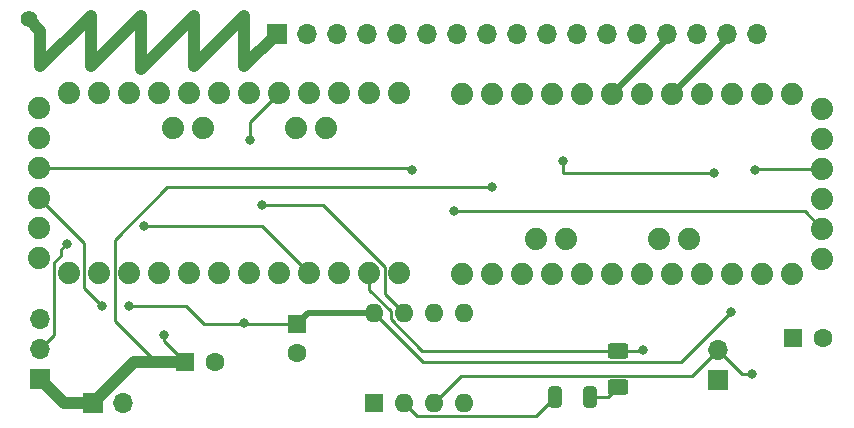
<source format=gbr>
%TF.GenerationSoftware,KiCad,Pcbnew,7.0.2*%
%TF.CreationDate,2023-05-22T23:48:16+02:00*%
%TF.ProjectId,ToneLighter,546f6e65-4c69-4676-9874-65722e6b6963,rev?*%
%TF.SameCoordinates,Original*%
%TF.FileFunction,Copper,L1,Top*%
%TF.FilePolarity,Positive*%
%FSLAX46Y46*%
G04 Gerber Fmt 4.6, Leading zero omitted, Abs format (unit mm)*
G04 Created by KiCad (PCBNEW 7.0.2) date 2023-05-22 23:48:16*
%MOMM*%
%LPD*%
G01*
G04 APERTURE LIST*
G04 Aperture macros list*
%AMRoundRect*
0 Rectangle with rounded corners*
0 $1 Rounding radius*
0 $2 $3 $4 $5 $6 $7 $8 $9 X,Y pos of 4 corners*
0 Add a 4 corners polygon primitive as box body*
4,1,4,$2,$3,$4,$5,$6,$7,$8,$9,$2,$3,0*
0 Add four circle primitives for the rounded corners*
1,1,$1+$1,$2,$3*
1,1,$1+$1,$4,$5*
1,1,$1+$1,$6,$7*
1,1,$1+$1,$8,$9*
0 Add four rect primitives between the rounded corners*
20,1,$1+$1,$2,$3,$4,$5,0*
20,1,$1+$1,$4,$5,$6,$7,0*
20,1,$1+$1,$6,$7,$8,$9,0*
20,1,$1+$1,$8,$9,$2,$3,0*%
G04 Aperture macros list end*
%TA.AperFunction,ComponentPad*%
%ADD10R,1.600000X1.600000*%
%TD*%
%TA.AperFunction,ComponentPad*%
%ADD11C,1.600000*%
%TD*%
%TA.AperFunction,ComponentPad*%
%ADD12C,1.879600*%
%TD*%
%TA.AperFunction,ComponentPad*%
%ADD13O,1.600000X1.600000*%
%TD*%
%TA.AperFunction,SMDPad,CuDef*%
%ADD14RoundRect,0.250000X-0.625000X0.400000X-0.625000X-0.400000X0.625000X-0.400000X0.625000X0.400000X0*%
%TD*%
%TA.AperFunction,ComponentPad*%
%ADD15R,1.700000X1.700000*%
%TD*%
%TA.AperFunction,ComponentPad*%
%ADD16O,1.700000X1.700000*%
%TD*%
%TA.AperFunction,ComponentPad*%
%ADD17C,1.400000*%
%TD*%
%TA.AperFunction,SMDPad,CuDef*%
%ADD18RoundRect,0.250000X-0.325000X-0.650000X0.325000X-0.650000X0.325000X0.650000X-0.325000X0.650000X0*%
%TD*%
%TA.AperFunction,ViaPad*%
%ADD19C,0.800000*%
%TD*%
%TA.AperFunction,Conductor*%
%ADD20C,1.000000*%
%TD*%
%TA.AperFunction,Conductor*%
%ADD21C,0.250000*%
%TD*%
%TA.AperFunction,Conductor*%
%ADD22C,0.500000*%
%TD*%
G04 APERTURE END LIST*
D10*
%TO.P,C2,1*%
%TO.N,VCCP*%
X82500000Y-64750000D03*
D11*
%TO.P,C2,2*%
%TO.N,GND*%
X85000000Y-64750000D03*
%TD*%
D12*
%TO.P,U3,JP1_1,DTR*%
%TO.N,unconnected-(U3-DTR-PadJP1_1)*%
X136463000Y-56021000D03*
%TO.P,U3,JP1_2,TXO*%
%TO.N,Net-(U3-TXO)*%
X136463000Y-53481000D03*
%TO.P,U3,JP1_3,RXI*%
%TO.N,unconnected-(U3-RXI-PadJP1_3)*%
X136463000Y-50941000D03*
%TO.P,U3,JP1_4,VCC*%
%TO.N,Net-(U3-VCC)*%
X136463000Y-48401000D03*
%TO.P,U3,JP1_5,GND*%
%TO.N,GND*%
X136463000Y-45861000D03*
%TO.P,U3,JP1_6,GND*%
X136463000Y-43321000D03*
%TO.P,U3,JP2_1,A4*%
%TO.N,unconnected-(U3-A4-PadJP2_1)*%
X122620000Y-54370000D03*
%TO.P,U3,JP2_2,A5*%
%TO.N,unconnected-(U3-A5-PadJP2_2)*%
X125160000Y-54370000D03*
%TO.P,U3,JP3_2,A7*%
%TO.N,unconnected-(U3-A7-PadJP3_2)*%
X114746000Y-54370000D03*
%TO.P,U3,JP3_1,A6*%
%TO.N,unconnected-(U3-A6-PadJP3_1)*%
X112206000Y-54370000D03*
%TO.P,U3,JP6_1,RAW*%
%TO.N,unconnected-(U3-RAW-PadJP6_1)*%
X133923000Y-57291000D03*
%TO.P,U3,JP6_2,GND_1*%
%TO.N,GND*%
X131383000Y-57291000D03*
%TO.P,U3,JP6_3,RST_1*%
%TO.N,unconnected-(U3-RST_1-PadJP6_3)*%
X128843000Y-57291000D03*
%TO.P,U3,JP6_4,VCC_1*%
%TO.N,unconnected-(U3-VCC_1-PadJP6_4)*%
X126303000Y-57291000D03*
%TO.P,U3,JP6_5,A3*%
%TO.N,unconnected-(U3-A3-PadJP6_5)*%
X123763000Y-57291000D03*
%TO.P,U3,JP6_6,A2*%
%TO.N,unconnected-(U3-A2-PadJP6_6)*%
X121223000Y-57291000D03*
%TO.P,U3,JP6_7,A1*%
%TO.N,unconnected-(U3-A1-PadJP6_7)*%
X118683000Y-57291000D03*
%TO.P,U3,JP6_8,A0*%
%TO.N,unconnected-(U3-A0-PadJP6_8)*%
X116143000Y-57291000D03*
%TO.P,U3,JP6_9,SCK*%
%TO.N,unconnected-(U3-SCK-PadJP6_9)*%
X113603000Y-57291000D03*
%TO.P,U3,JP6_10,MISO*%
%TO.N,unconnected-(U3-MISO-PadJP6_10)*%
X111063000Y-57291000D03*
%TO.P,U3,JP6_11,MOSI*%
%TO.N,unconnected-(U3-MOSI-PadJP6_11)*%
X108523000Y-57291000D03*
%TO.P,U3,JP6_12,D10*%
%TO.N,unconnected-(U3-D10-PadJP6_12)*%
X105983000Y-57291000D03*
%TO.P,U3,JP7_1,D9*%
%TO.N,unconnected-(U3-D9-PadJP7_1)*%
X105983000Y-42051000D03*
%TO.P,U3,JP7_2,D8*%
%TO.N,unconnected-(U3-D8-PadJP7_2)*%
X108523000Y-42051000D03*
%TO.P,U3,JP7_3,D7*%
%TO.N,unconnected-(U3-D7-PadJP7_3)*%
X111063000Y-42051000D03*
%TO.P,U3,JP7_4,D6*%
%TO.N,unconnected-(U3-D6-PadJP7_4)*%
X113603000Y-42051000D03*
%TO.P,U3,JP7_5,D5*%
%TO.N,unconnected-(U3-D5-PadJP7_5)*%
X116143000Y-42051000D03*
%TO.P,U3,JP7_6,D4*%
%TO.N,RF_VCC*%
X118683000Y-42051000D03*
%TO.P,U3,JP7_7,D3*%
%TO.N,unconnected-(U3-D3-PadJP7_7)*%
X121223000Y-42051000D03*
%TO.P,U3,JP7_8,D2*%
%TO.N,RF_DATA*%
X123763000Y-42051000D03*
%TO.P,U3,JP7_9,GND_2*%
%TO.N,GND*%
X126303000Y-42051000D03*
%TO.P,U3,JP7_10,RST_2*%
%TO.N,unconnected-(U3-RST_2-PadJP7_10)*%
X128843000Y-42051000D03*
%TO.P,U3,JP7_11,RXI_2*%
%TO.N,unconnected-(U3-RXI_2-PadJP7_11)*%
X131383000Y-42051000D03*
%TO.P,U3,JP7_12,TXO_2*%
%TO.N,unconnected-(U3-TXO_2-PadJP7_12)*%
X133923000Y-42051000D03*
%TD*%
%TO.P,U2,JP7_12,TXO_2*%
%TO.N,unconnected-(U2-TXO_2-PadJP7_12)*%
X72710000Y-57240000D03*
%TO.P,U2,JP7_11,RXI_2*%
%TO.N,unconnected-(U2-RXI_2-PadJP7_11)*%
X75250000Y-57240000D03*
%TO.P,U2,JP7_10,RST_2*%
%TO.N,unconnected-(U2-RST_2-PadJP7_10)*%
X77790000Y-57240000D03*
%TO.P,U2,JP7_9,GND_2*%
%TO.N,GND*%
X80330000Y-57240000D03*
%TO.P,U2,JP7_8,D2*%
%TO.N,unconnected-(U2-D2-PadJP7_8)*%
X82870000Y-57240000D03*
%TO.P,U2,JP7_7,D3*%
%TO.N,unconnected-(U2-D3-PadJP7_7)*%
X85410000Y-57240000D03*
%TO.P,U2,JP7_6,D4*%
%TO.N,unconnected-(U2-D4-PadJP7_6)*%
X87950000Y-57240000D03*
%TO.P,U2,JP7_5,D5*%
%TO.N,unconnected-(U2-D5-PadJP7_5)*%
X90490000Y-57240000D03*
%TO.P,U2,JP7_4,D6*%
%TO.N,Net-(U2-D6)*%
X93030000Y-57240000D03*
%TO.P,U2,JP7_3,D7*%
%TO.N,unconnected-(U2-D7-PadJP7_3)*%
X95570000Y-57240000D03*
%TO.P,U2,JP7_2,D8*%
%TO.N,Gain1*%
X98110000Y-57240000D03*
%TO.P,U2,JP7_1,D9*%
%TO.N,Gain2*%
X100650000Y-57240000D03*
%TO.P,U2,JP6_12,D10*%
%TO.N,unconnected-(U2-D10-PadJP6_12)*%
X100650000Y-42000000D03*
%TO.P,U2,JP6_11,MOSI*%
%TO.N,unconnected-(U2-MOSI-PadJP6_11)*%
X98110000Y-42000000D03*
%TO.P,U2,JP6_10,MISO*%
%TO.N,unconnected-(U2-MISO-PadJP6_10)*%
X95570000Y-42000000D03*
%TO.P,U2,JP6_9,SCK*%
%TO.N,unconnected-(U2-SCK-PadJP6_9)*%
X93030000Y-42000000D03*
%TO.P,U2,JP6_8,A0*%
%TO.N,Net-(U2-A0)*%
X90490000Y-42000000D03*
%TO.P,U2,JP6_7,A1*%
%TO.N,unconnected-(U2-A1-PadJP6_7)*%
X87950000Y-42000000D03*
%TO.P,U2,JP6_6,A2*%
%TO.N,unconnected-(U2-A2-PadJP6_6)*%
X85410000Y-42000000D03*
%TO.P,U2,JP6_5,A3*%
%TO.N,unconnected-(U2-A3-PadJP6_5)*%
X82870000Y-42000000D03*
%TO.P,U2,JP6_4,VCC_1*%
%TO.N,unconnected-(U2-VCC_1-PadJP6_4)*%
X80330000Y-42000000D03*
%TO.P,U2,JP6_3,RST_1*%
%TO.N,unconnected-(U2-RST_1-PadJP6_3)*%
X77790000Y-42000000D03*
%TO.P,U2,JP6_2,GND_1*%
%TO.N,GND*%
X75250000Y-42000000D03*
%TO.P,U2,JP6_1,RAW*%
%TO.N,unconnected-(U2-RAW-PadJP6_1)*%
X72710000Y-42000000D03*
%TO.P,U2,JP3_1,A6*%
%TO.N,unconnected-(U2-A6-PadJP3_1)*%
X94427000Y-44921000D03*
%TO.P,U2,JP3_2,A7*%
%TO.N,unconnected-(U2-A7-PadJP3_2)*%
X91887000Y-44921000D03*
%TO.P,U2,JP2_2,A5*%
%TO.N,unconnected-(U2-A5-PadJP2_2)*%
X81473000Y-44921000D03*
%TO.P,U2,JP2_1,A4*%
%TO.N,unconnected-(U2-A4-PadJP2_1)*%
X84013000Y-44921000D03*
%TO.P,U2,JP1_6,GND*%
%TO.N,GND*%
X70170000Y-55970000D03*
%TO.P,U2,JP1_5,GND*%
X70170000Y-53430000D03*
%TO.P,U2,JP1_4,VCC*%
%TO.N,+3.3V*%
X70170000Y-50890000D03*
%TO.P,U2,JP1_3,RXI*%
%TO.N,RXI*%
X70170000Y-48350000D03*
%TO.P,U2,JP1_2,TXO*%
%TO.N,unconnected-(U2-TXO-PadJP1_2)*%
X70170000Y-45810000D03*
%TO.P,U2,JP1_1,DTR*%
%TO.N,unconnected-(U2-DTR-PadJP1_1)*%
X70170000Y-43270000D03*
%TD*%
D10*
%TO.P,U1,1*%
%TO.N,Net-(C4-Pad1)*%
X98480000Y-68250000D03*
D13*
%TO.P,U1,2,-*%
%TO.N,Net-(U1A--)*%
X101020000Y-68250000D03*
%TO.P,U1,3,+*%
%TO.N,Net-(J3-Pin_2)*%
X103560000Y-68250000D03*
%TO.P,U1,4,V-*%
%TO.N,GND*%
X106100000Y-68250000D03*
%TO.P,U1,5,+*%
%TO.N,Net-(U1B-+)*%
X106100000Y-60630000D03*
%TO.P,U1,6,-*%
%TO.N,Net-(U1B--)*%
X103560000Y-60630000D03*
%TO.P,U1,7*%
%TO.N,Net-(R10-Pad2)*%
X101020000Y-60630000D03*
%TO.P,U1,8,V+*%
%TO.N,+3.3V*%
X98480000Y-60630000D03*
%TD*%
D14*
%TO.P,R12,1*%
%TO.N,Gain1*%
X119127000Y-63829000D03*
%TO.P,R12,2*%
%TO.N,Net-(C6-Pad2)*%
X119127000Y-66929000D03*
%TD*%
D15*
%TO.P,J5,1,Pin_1*%
%TO.N,antenna*%
X90270000Y-37000000D03*
D16*
%TO.P,J5,2,Pin_2*%
%TO.N,GND*%
X92810000Y-37000000D03*
%TO.P,J5,3,Pin_3*%
X95350000Y-37000000D03*
%TO.P,J5,4,Pin_4*%
%TO.N,unconnected-(J5-Pin_4-Pad4)*%
X97890000Y-37000000D03*
%TO.P,J5,5,Pin_5*%
%TO.N,unconnected-(J5-Pin_5-Pad5)*%
X100430000Y-37000000D03*
%TO.P,J5,6,Pin_6*%
%TO.N,unconnected-(J5-Pin_6-Pad6)*%
X102970000Y-37000000D03*
%TO.P,J5,7,Pin_7*%
%TO.N,unconnected-(J5-Pin_7-Pad7)*%
X105510000Y-37000000D03*
%TO.P,J5,8,Pin_8*%
%TO.N,unconnected-(J5-Pin_8-Pad8)*%
X108050000Y-37000000D03*
%TO.P,J5,9,Pin_9*%
%TO.N,unconnected-(J5-Pin_9-Pad9)*%
X110590000Y-37000000D03*
%TO.P,J5,10,Pin_10*%
%TO.N,unconnected-(J5-Pin_10-Pad10)*%
X113130000Y-37000000D03*
%TO.P,J5,11,Pin_11*%
%TO.N,unconnected-(J5-Pin_11-Pad11)*%
X115670000Y-37000000D03*
%TO.P,J5,12,Pin_12*%
%TO.N,unconnected-(J5-Pin_12-Pad12)*%
X118210000Y-37000000D03*
%TO.P,J5,13,Pin_13*%
%TO.N,unconnected-(J5-Pin_13-Pad13)*%
X120750000Y-37000000D03*
%TO.P,J5,14,Pin_14*%
%TO.N,RF_VCC*%
X123290000Y-37000000D03*
%TO.P,J5,15,Pin_15*%
%TO.N,unconnected-(J5-Pin_15-Pad15)*%
X125830000Y-37000000D03*
%TO.P,J5,16,Pin_16*%
%TO.N,RF_DATA*%
X128370000Y-37000000D03*
%TO.P,J5,17,Pin_17*%
%TO.N,GND*%
X130910000Y-37000000D03*
%TD*%
D17*
%TO.P,J4,1,Pin_1*%
%TO.N,antenna*%
X69250000Y-35750000D03*
%TD*%
D15*
%TO.P,J3,1,Pin_1*%
%TO.N,GND*%
X127600000Y-66275000D03*
D16*
%TO.P,J3,2,Pin_2*%
%TO.N,Net-(J3-Pin_2)*%
X127600000Y-63735000D03*
%TD*%
D15*
%TO.P,J2,1,Pin_1*%
%TO.N,VCCP*%
X70223000Y-66196000D03*
D16*
%TO.P,J2,2,Pin_2*%
%TO.N,Net-(J2-Pin_2)*%
X70223000Y-63656000D03*
%TO.P,J2,3,Pin_3*%
%TO.N,GND*%
X70223000Y-61116000D03*
%TD*%
D15*
%TO.P,J1,1,Pin_1*%
%TO.N,VCCP*%
X74710000Y-68250000D03*
D16*
%TO.P,J1,2,Pin_2*%
%TO.N,GND*%
X77250000Y-68250000D03*
%TD*%
D18*
%TO.P,C6,1*%
%TO.N,Net-(U1A--)*%
X113800000Y-67750000D03*
%TO.P,C6,2*%
%TO.N,Net-(C6-Pad2)*%
X116750000Y-67750000D03*
%TD*%
D10*
%TO.P,C3,1*%
%TO.N,Net-(C3-Pad1)*%
X134000000Y-62750000D03*
D11*
%TO.P,C3,2*%
%TO.N,GND*%
X136500000Y-62750000D03*
%TD*%
D10*
%TO.P,C1,1*%
%TO.N,+3.3V*%
X92000000Y-61544888D03*
D11*
%TO.P,C1,2*%
%TO.N,GND*%
X92000000Y-64044888D03*
%TD*%
D19*
%TO.N,+3.3V*%
X128750000Y-60500000D03*
%TO.N,Net-(J3-Pin_2)*%
X130500000Y-65750000D03*
%TO.N,Gain1*%
X121250000Y-63750000D03*
%TO.N,+3.3V*%
X77750000Y-60000000D03*
X75500000Y-60000000D03*
X87500000Y-61500000D03*
%TO.N,VCCP*%
X80750000Y-62500000D03*
X108500000Y-50000000D03*
%TO.N,Net-(U3-VCC)*%
X127250000Y-48750000D03*
X114500000Y-47750000D03*
X130750000Y-48500000D03*
%TO.N,Net-(U3-TXO)*%
X105250000Y-52000000D03*
%TO.N,RXI*%
X101750000Y-48500000D03*
%TO.N,Net-(R10-Pad2)*%
X89000000Y-51500000D03*
%TO.N,Net-(U2-A0)*%
X88000000Y-46000000D03*
%TO.N,Net-(U2-D6)*%
X79000000Y-53250000D03*
%TO.N,Net-(J2-Pin_2)*%
X72500000Y-54750000D03*
%TD*%
D20*
%TO.N,antenna*%
X70250000Y-36750000D02*
X69250000Y-35750000D01*
X70250000Y-39750000D02*
X70250000Y-36750000D01*
X74500000Y-35500000D02*
X70250000Y-39750000D01*
X74500000Y-39750000D02*
X74500000Y-35500000D01*
X78750000Y-40000000D02*
X78750000Y-35500000D01*
X83250000Y-35500000D02*
X78750000Y-40000000D01*
X78750000Y-35500000D02*
X74500000Y-39750000D01*
X83250000Y-39750000D02*
X83250000Y-35500000D01*
X87500000Y-35500000D02*
X83250000Y-39750000D01*
X90250000Y-37000000D02*
X87500000Y-39750000D01*
X90270000Y-37000000D02*
X90250000Y-37000000D01*
X87500000Y-39750000D02*
X87500000Y-35500000D01*
%TO.N,VCCP*%
X78210000Y-64750000D02*
X80000000Y-64750000D01*
X80000000Y-64750000D02*
X82500000Y-64750000D01*
D21*
X76525200Y-54474800D02*
X81000000Y-50000000D01*
X80000000Y-64750000D02*
X76525200Y-61275200D01*
X76525200Y-61275200D02*
X76525200Y-54474800D01*
X81000000Y-50000000D02*
X108500000Y-50000000D01*
D20*
X74710000Y-68250000D02*
X78210000Y-64750000D01*
D22*
%TO.N,RF_VCC*%
X123290000Y-37444000D02*
X123290000Y-37000000D01*
X118683000Y-42051000D02*
X123290000Y-37444000D01*
%TO.N,RF_DATA*%
X128370000Y-37444000D02*
X128370000Y-37000000D01*
X123763000Y-42051000D02*
X128370000Y-37444000D01*
D21*
%TO.N,+3.3V*%
X124446000Y-64804000D02*
X102654000Y-64804000D01*
X128750000Y-60500000D02*
X124446000Y-64804000D01*
X102654000Y-64804000D02*
X98480000Y-60630000D01*
%TO.N,Net-(U1A--)*%
X102145000Y-69375000D02*
X101020000Y-68250000D01*
X112175000Y-69375000D02*
X102145000Y-69375000D01*
X113800000Y-67750000D02*
X112175000Y-69375000D01*
%TO.N,Net-(J3-Pin_2)*%
X105856000Y-65954000D02*
X103560000Y-68250000D01*
X125381000Y-65954000D02*
X105856000Y-65954000D01*
X127600000Y-63735000D02*
X125381000Y-65954000D01*
X130500000Y-65750000D02*
X129615000Y-65750000D01*
X129615000Y-65750000D02*
X127600000Y-63735000D01*
%TO.N,Gain1*%
X121171000Y-63829000D02*
X121250000Y-63750000D01*
X119127000Y-63829000D02*
X121171000Y-63829000D01*
X102579000Y-63829000D02*
X119127000Y-63829000D01*
X99895000Y-61145000D02*
X102579000Y-63829000D01*
X98110000Y-58669009D02*
X99895000Y-60454009D01*
X99895000Y-60454009D02*
X99895000Y-61145000D01*
X98110000Y-57240000D02*
X98110000Y-58669009D01*
%TO.N,Net-(C6-Pad2)*%
X118306000Y-67750000D02*
X119127000Y-66929000D01*
X116750000Y-67750000D02*
X118306000Y-67750000D01*
%TO.N,+3.3V*%
X84119888Y-61544888D02*
X92000000Y-61544888D01*
X82575000Y-60000000D02*
X84119888Y-61544888D01*
X77750000Y-60000000D02*
X82575000Y-60000000D01*
X73974800Y-58474800D02*
X75500000Y-60000000D01*
X73974800Y-54694800D02*
X73974800Y-58474800D01*
X70170000Y-50890000D02*
X73974800Y-54694800D01*
X87500000Y-61500000D02*
X87544888Y-61544888D01*
X87544888Y-61544888D02*
X92000000Y-61544888D01*
%TO.N,VCCP*%
X80750000Y-63000000D02*
X82500000Y-64750000D01*
X80750000Y-62500000D02*
X80750000Y-63000000D01*
%TO.N,Net-(U3-VCC)*%
X114500000Y-48750000D02*
X114500000Y-47750000D01*
X127250000Y-48750000D02*
X114500000Y-48750000D01*
X130849000Y-48401000D02*
X136463000Y-48401000D01*
X130750000Y-48500000D02*
X130849000Y-48401000D01*
%TO.N,Net-(U3-TXO)*%
X134982000Y-52000000D02*
X136463000Y-53481000D01*
X105250000Y-52000000D02*
X134982000Y-52000000D01*
%TO.N,RXI*%
X101600000Y-48350000D02*
X101750000Y-48500000D01*
X70170000Y-48350000D02*
X101600000Y-48350000D01*
%TO.N,Net-(R10-Pad2)*%
X99385200Y-58995200D02*
X101020000Y-60630000D01*
X99385200Y-56726502D02*
X99385200Y-58995200D01*
X94158698Y-51500000D02*
X99385200Y-56726502D01*
X89000000Y-51500000D02*
X94158698Y-51500000D01*
%TO.N,Net-(U2-A0)*%
X88000000Y-44490000D02*
X90490000Y-42000000D01*
X88000000Y-46000000D02*
X88000000Y-44490000D01*
%TO.N,Net-(U2-D6)*%
X89040000Y-53250000D02*
X79000000Y-53250000D01*
%TO.N,Net-(J2-Pin_2)*%
X72500000Y-54750000D02*
X72000000Y-55250000D01*
X72000000Y-55250000D02*
X72000000Y-55750000D01*
X71398000Y-56352000D02*
X72000000Y-55750000D01*
X71398000Y-62481000D02*
X71398000Y-56352000D01*
X70223000Y-63656000D02*
X71398000Y-62481000D01*
%TO.N,Net-(U2-D6)*%
X93030000Y-57240000D02*
X89040000Y-53250000D01*
D22*
%TO.N,+3.3V*%
X98480000Y-60630000D02*
X92914888Y-60630000D01*
X92914888Y-60630000D02*
X92000000Y-61544888D01*
D20*
%TO.N,VCCP*%
X72277000Y-68250000D02*
X70223000Y-66196000D01*
X74710000Y-68250000D02*
X72277000Y-68250000D01*
%TD*%
M02*

</source>
